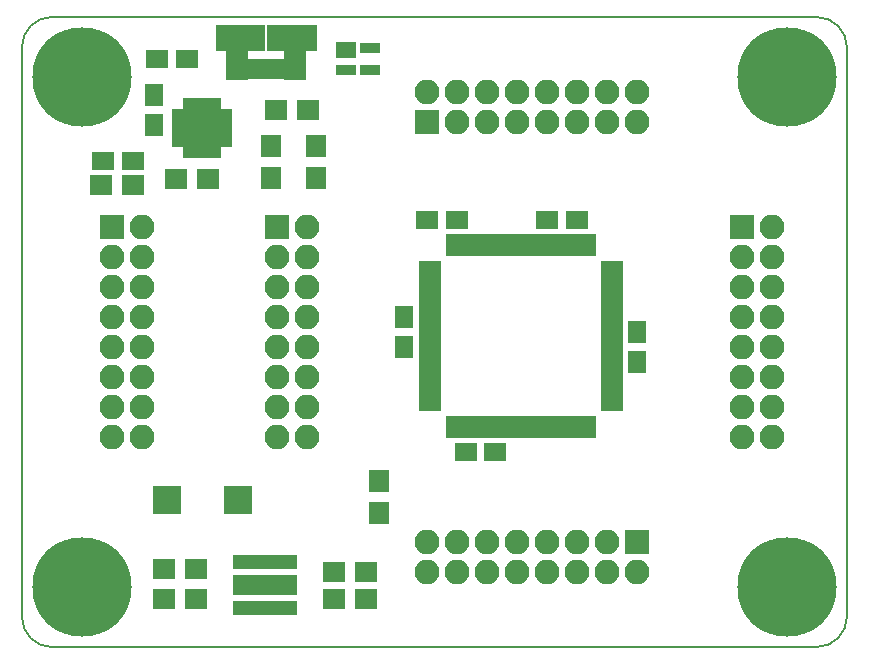
<source format=gbr>
%TF.GenerationSoftware,KiCad,Pcbnew,(5.0.0)*%
%TF.CreationDate,2019-01-27T03:15:10+01:00*%
%TF.ProjectId,AtmegaBreakout,41746D656761427265616B6F75742E6B,rev?*%
%TF.SameCoordinates,Original*%
%TF.FileFunction,Soldermask,Top*%
%TF.FilePolarity,Negative*%
%FSLAX46Y46*%
G04 Gerber Fmt 4.6, Leading zero omitted, Abs format (unit mm)*
G04 Created by KiCad (PCBNEW (5.0.0)) date 01/27/19 03:15:10*
%MOMM*%
%LPD*%
G01*
G04 APERTURE LIST*
%ADD10C,0.200000*%
%ADD11R,1.700000X1.700000*%
%ADD12R,0.700000X1.250000*%
%ADD13R,1.250000X0.700000*%
%ADD14C,8.400000*%
%ADD15R,2.100000X2.100000*%
%ADD16O,2.100000X2.100000*%
%ADD17R,1.700000X1.900000*%
%ADD18R,1.900000X0.700000*%
%ADD19R,0.700000X1.900000*%
%ADD20R,5.500000X1.200000*%
%ADD21R,5.500000X1.700000*%
%ADD22R,2.400000X2.400000*%
%ADD23R,1.900000X1.650000*%
%ADD24R,1.650000X1.900000*%
%ADD25R,1.900000X1.700000*%
%ADD26R,1.710000X0.950000*%
%ADD27R,1.710000X1.340000*%
%ADD28R,1.575000X2.300000*%
%ADD29R,2.775000X2.300000*%
%ADD30R,1.875000X2.500000*%
%ADD31R,0.850000X1.780000*%
G04 APERTURE END LIST*
D10*
X142240000Y-58420000D02*
X142240000Y-106680000D01*
X74930000Y-55880000D02*
X139700000Y-55880000D01*
X72390000Y-106680000D02*
X72390000Y-58420000D01*
X139700000Y-109220000D02*
X74930000Y-109220000D01*
X72390000Y-58420000D02*
G75*
G02X74930000Y-55880000I2540000J0D01*
G01*
X74930000Y-109220000D02*
G75*
G02X72390000Y-106680000I0J2540000D01*
G01*
X142240000Y-106680000D02*
G75*
G02X139700000Y-109220000I-2540000J0D01*
G01*
X139700000Y-55880000D02*
G75*
G02X142240000Y-58420000I0J-2540000D01*
G01*
D11*
X86980000Y-64628000D03*
X86980000Y-65928000D03*
X88280000Y-64628000D03*
X88280000Y-65928000D03*
D12*
X86380000Y-63328000D03*
X86880000Y-63328000D03*
X87380000Y-63328000D03*
X87880000Y-63328000D03*
X88380000Y-63328000D03*
X88880000Y-63328000D03*
D13*
X89580000Y-64028000D03*
X89580000Y-64528000D03*
X89580000Y-65028000D03*
X89580000Y-65528000D03*
X89580000Y-66028000D03*
X89580000Y-66528000D03*
D12*
X88880000Y-67228000D03*
X88380000Y-67228000D03*
X87880000Y-67228000D03*
X87380000Y-67228000D03*
X86880000Y-67228000D03*
X86380000Y-67228000D03*
D13*
X85680000Y-66528000D03*
X85680000Y-66028000D03*
X85680000Y-65528000D03*
X85680000Y-65028000D03*
X85680000Y-64528000D03*
X85680000Y-64028000D03*
D14*
X137160000Y-104140000D03*
X137160000Y-60960000D03*
X77470000Y-104140000D03*
X77470000Y-60960000D03*
D15*
X106680000Y-64770000D03*
D16*
X106680000Y-62230000D03*
X109220000Y-64770000D03*
X109220000Y-62230000D03*
X111760000Y-64770000D03*
X111760000Y-62230000D03*
X114300000Y-64770000D03*
X114300000Y-62230000D03*
X116840000Y-64770000D03*
X116840000Y-62230000D03*
X119380000Y-64770000D03*
X119380000Y-62230000D03*
X121920000Y-64770000D03*
X121920000Y-62230000D03*
X124460000Y-64770000D03*
X124460000Y-62230000D03*
D17*
X102616000Y-95170000D03*
X102616000Y-97870000D03*
D18*
X106943000Y-88893000D03*
X106943000Y-88393000D03*
X106943000Y-87893000D03*
X106943000Y-87393000D03*
X106943000Y-86893000D03*
X106943000Y-86393000D03*
X106943000Y-85893000D03*
X106943000Y-85393000D03*
X106943000Y-84893000D03*
X106943000Y-84393000D03*
X106943000Y-83893000D03*
X106943000Y-83393000D03*
X106943000Y-82893000D03*
X106943000Y-82393000D03*
X106943000Y-81893000D03*
X106943000Y-81393000D03*
X106943000Y-80893000D03*
X106943000Y-80393000D03*
X106943000Y-79893000D03*
X106943000Y-79393000D03*
X106943000Y-78893000D03*
X106943000Y-78393000D03*
X106943000Y-77893000D03*
X106943000Y-77393000D03*
D19*
X108643000Y-75193000D03*
X109143000Y-75193000D03*
X109643000Y-75193000D03*
X110143000Y-75193000D03*
X110643000Y-75193000D03*
X111143000Y-75193000D03*
X111643000Y-75193000D03*
X112143000Y-75193000D03*
X112643000Y-75193000D03*
X113143000Y-75193000D03*
X113643000Y-75193000D03*
X114143000Y-75193000D03*
X114643000Y-75193000D03*
X115143000Y-75193000D03*
X115643000Y-75193000D03*
X116143000Y-75193000D03*
X116643000Y-75193000D03*
X117143000Y-75193000D03*
X117643000Y-75193000D03*
X118143000Y-75193000D03*
X118643000Y-75193000D03*
X119143000Y-75193000D03*
X119643000Y-75193000D03*
X120143000Y-75193000D03*
D18*
X122343000Y-76893000D03*
X122343000Y-77393000D03*
X122343000Y-77893000D03*
X122343000Y-78393000D03*
X122343000Y-78893000D03*
X122343000Y-79393000D03*
X122343000Y-79893000D03*
X122343000Y-80393000D03*
X122343000Y-80893000D03*
X122343000Y-81393000D03*
X122343000Y-81893000D03*
X122343000Y-82393000D03*
X122343000Y-82893000D03*
X122343000Y-83393000D03*
X122343000Y-83893000D03*
X122343000Y-84393000D03*
X122343000Y-84893000D03*
X122343000Y-85393000D03*
X122343000Y-85893000D03*
X122343000Y-86393000D03*
X122343000Y-86893000D03*
X122343000Y-87393000D03*
X122343000Y-87893000D03*
X122343000Y-88393000D03*
D19*
X120643000Y-90593000D03*
X120143000Y-90593000D03*
X119643000Y-90593000D03*
X119143000Y-90593000D03*
X118643000Y-90593000D03*
X118143000Y-90593000D03*
X117643000Y-90593000D03*
X117143000Y-90593000D03*
X116643000Y-90593000D03*
X116143000Y-90593000D03*
X115643000Y-90593000D03*
X115143000Y-90593000D03*
X114643000Y-90593000D03*
X114143000Y-90593000D03*
X113643000Y-90593000D03*
X113143000Y-90593000D03*
X112643000Y-90593000D03*
X112143000Y-90593000D03*
X111643000Y-90593000D03*
X111143000Y-90593000D03*
X110643000Y-90593000D03*
X110143000Y-90593000D03*
X109643000Y-90593000D03*
X109143000Y-90593000D03*
X108643000Y-90593000D03*
D18*
X122343000Y-88893000D03*
D19*
X120643000Y-75193000D03*
D18*
X106943000Y-76893000D03*
D20*
X92964000Y-105881000D03*
X92964000Y-101981000D03*
D21*
X92964000Y-103931000D03*
D22*
X90678000Y-96774000D03*
X84678000Y-96774000D03*
D23*
X112482000Y-92710000D03*
X109982000Y-92710000D03*
X109220000Y-73025000D03*
X106720000Y-73025000D03*
D24*
X104775000Y-83780000D03*
X104775000Y-81280000D03*
D25*
X84440000Y-102616000D03*
X87140000Y-102616000D03*
X101553000Y-105156000D03*
X98853000Y-105156000D03*
X87140000Y-105156000D03*
X84440000Y-105156000D03*
X98853000Y-102870000D03*
X101553000Y-102870000D03*
D23*
X116880000Y-73025000D03*
X119380000Y-73025000D03*
D24*
X124460000Y-82550000D03*
X124460000Y-85050000D03*
D15*
X80010000Y-73660000D03*
D16*
X82550000Y-73660000D03*
X80010000Y-76200000D03*
X82550000Y-76200000D03*
X80010000Y-78740000D03*
X82550000Y-78740000D03*
X80010000Y-81280000D03*
X82550000Y-81280000D03*
X80010000Y-83820000D03*
X82550000Y-83820000D03*
X80010000Y-86360000D03*
X82550000Y-86360000D03*
X80010000Y-88900000D03*
X82550000Y-88900000D03*
X80010000Y-91440000D03*
X82550000Y-91440000D03*
D15*
X93980000Y-73660000D03*
D16*
X96520000Y-73660000D03*
X93980000Y-76200000D03*
X96520000Y-76200000D03*
X93980000Y-78740000D03*
X96520000Y-78740000D03*
X93980000Y-81280000D03*
X96520000Y-81280000D03*
X93980000Y-83820000D03*
X96520000Y-83820000D03*
X93980000Y-86360000D03*
X96520000Y-86360000D03*
X93980000Y-88900000D03*
X96520000Y-88900000D03*
X93980000Y-91440000D03*
X96520000Y-91440000D03*
D15*
X133350000Y-73660000D03*
D16*
X135890000Y-73660000D03*
X133350000Y-76200000D03*
X135890000Y-76200000D03*
X133350000Y-78740000D03*
X135890000Y-78740000D03*
X133350000Y-81280000D03*
X135890000Y-81280000D03*
X133350000Y-83820000D03*
X135890000Y-83820000D03*
X133350000Y-86360000D03*
X135890000Y-86360000D03*
X133350000Y-88900000D03*
X135890000Y-88900000D03*
X133350000Y-91440000D03*
X135890000Y-91440000D03*
D15*
X124460000Y-100330000D03*
D16*
X124460000Y-102870000D03*
X121920000Y-100330000D03*
X121920000Y-102870000D03*
X119380000Y-100330000D03*
X119380000Y-102870000D03*
X116840000Y-100330000D03*
X116840000Y-102870000D03*
X114300000Y-100330000D03*
X114300000Y-102870000D03*
X111760000Y-100330000D03*
X111760000Y-102870000D03*
X109220000Y-100330000D03*
X109220000Y-102870000D03*
X106680000Y-100330000D03*
X106680000Y-102870000D03*
D24*
X83566000Y-62484000D03*
X83566000Y-64984000D03*
D23*
X81788000Y-68072000D03*
X79288000Y-68072000D03*
X86360000Y-59436000D03*
X83860000Y-59436000D03*
D26*
X101838000Y-58476000D03*
D27*
X99838000Y-58676000D03*
D26*
X99838000Y-60396000D03*
X101838000Y-60396000D03*
D25*
X96600000Y-63754000D03*
X93900000Y-63754000D03*
D28*
X92240000Y-57658000D03*
X93920000Y-57658000D03*
D29*
X90170000Y-57658000D03*
X95990000Y-57658000D03*
D30*
X90617500Y-59958000D03*
X95542500Y-59958000D03*
D31*
X91780000Y-60318000D03*
X92430000Y-60318000D03*
X93080000Y-60318000D03*
X93730000Y-60318000D03*
X94380000Y-60318000D03*
D17*
X97282000Y-66802000D03*
X97282000Y-69502000D03*
D25*
X88138000Y-69596000D03*
X85438000Y-69596000D03*
X79088000Y-70104000D03*
X81788000Y-70104000D03*
D17*
X93472000Y-66802000D03*
X93472000Y-69502000D03*
M02*

</source>
